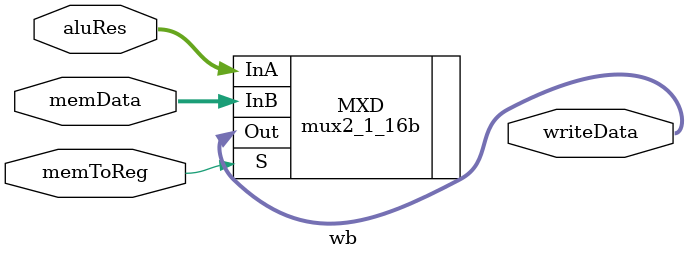
<source format=v>
/*
   CS/ECE 552 Spring '20
  
   Filename        : wb.v
   Description     : This is the module for the overall Write Back stage of the processor.
*/
module wb(aluRes, memData, memToReg, writeData);
    // TODO: Your code here
    input [15:0] aluRes;
    input [15:0] memData;
    input memToReg;                 
    
    output [15:0] writeData;       
    
    mux2_1_16b MXD(.InA(aluRes), .InB(memData), .S(memToReg), .Out(writeData));
endmodule


</source>
